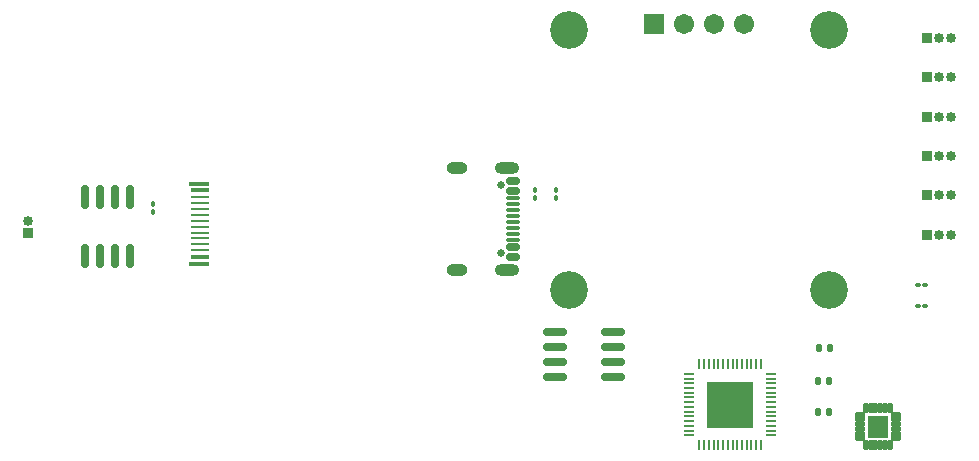
<source format=gbr>
%TF.GenerationSoftware,KiCad,Pcbnew,9.0.3*%
%TF.CreationDate,2025-07-28T19:10:52+02:00*%
%TF.ProjectId,hermes,6865726d-6573-42e6-9b69-6361645f7063,rev?*%
%TF.SameCoordinates,Original*%
%TF.FileFunction,Soldermask,Top*%
%TF.FilePolarity,Negative*%
%FSLAX46Y46*%
G04 Gerber Fmt 4.6, Leading zero omitted, Abs format (unit mm)*
G04 Created by KiCad (PCBNEW 9.0.3) date 2025-07-28 19:10:52*
%MOMM*%
%LPD*%
G01*
G04 APERTURE LIST*
G04 Aperture macros list*
%AMRoundRect*
0 Rectangle with rounded corners*
0 $1 Rounding radius*
0 $2 $3 $4 $5 $6 $7 $8 $9 X,Y pos of 4 corners*
0 Add a 4 corners polygon primitive as box body*
4,1,4,$2,$3,$4,$5,$6,$7,$8,$9,$2,$3,0*
0 Add four circle primitives for the rounded corners*
1,1,$1+$1,$2,$3*
1,1,$1+$1,$4,$5*
1,1,$1+$1,$6,$7*
1,1,$1+$1,$8,$9*
0 Add four rect primitives between the rounded corners*
20,1,$1+$1,$2,$3,$4,$5,0*
20,1,$1+$1,$4,$5,$6,$7,0*
20,1,$1+$1,$6,$7,$8,$9,0*
20,1,$1+$1,$8,$9,$2,$3,0*%
G04 Aperture macros list end*
%ADD10RoundRect,0.150000X-0.825000X-0.150000X0.825000X-0.150000X0.825000X0.150000X-0.825000X0.150000X0*%
%ADD11RoundRect,0.102000X-0.754000X-0.754000X0.754000X-0.754000X0.754000X0.754000X-0.754000X0.754000X0*%
%ADD12C,1.712000*%
%ADD13C,3.204000*%
%ADD14R,0.850000X0.850000*%
%ADD15C,0.850000*%
%ADD16RoundRect,0.053000X-0.159000X-0.369000X0.159000X-0.369000X0.159000X0.369000X-0.159000X0.369000X0*%
%ADD17RoundRect,0.053000X-0.369000X-0.159000X0.369000X-0.159000X0.369000X0.159000X-0.369000X0.159000X0*%
%ADD18RoundRect,0.102000X-0.770000X-0.850000X0.770000X-0.850000X0.770000X0.850000X-0.770000X0.850000X0*%
%ADD19RoundRect,0.050000X-0.050000X0.350000X-0.050000X-0.350000X0.050000X-0.350000X0.050000X0.350000X0*%
%ADD20RoundRect,0.050000X-0.350000X0.050000X-0.350000X-0.050000X0.350000X-0.050000X0.350000X0.050000X0*%
%ADD21R,4.000000X4.000000*%
%ADD22RoundRect,0.100000X0.100000X-0.130000X0.100000X0.130000X-0.100000X0.130000X-0.100000X-0.130000X0*%
%ADD23RoundRect,0.100000X-0.130000X-0.100000X0.130000X-0.100000X0.130000X0.100000X-0.130000X0.100000X0*%
%ADD24RoundRect,0.140000X-0.140000X-0.170000X0.140000X-0.170000X0.140000X0.170000X-0.140000X0.170000X0*%
%ADD25RoundRect,0.140000X0.140000X0.170000X-0.140000X0.170000X-0.140000X-0.170000X0.140000X-0.170000X0*%
%ADD26C,0.650000*%
%ADD27RoundRect,0.150000X-0.425000X0.150000X-0.425000X-0.150000X0.425000X-0.150000X0.425000X0.150000X0*%
%ADD28RoundRect,0.075000X-0.500000X0.075000X-0.500000X-0.075000X0.500000X-0.075000X0.500000X0.075000X0*%
%ADD29O,2.100000X1.000000*%
%ADD30O,1.800000X1.000000*%
%ADD31RoundRect,0.150000X0.150000X-0.825000X0.150000X0.825000X-0.150000X0.825000X-0.150000X-0.825000X0*%
%ADD32R,1.750000X0.360000*%
%ADD33R,1.550000X0.410000*%
%ADD34R,1.550000X0.260000*%
G04 APERTURE END LIST*
D10*
%TO.C,U4*%
X150665000Y-115235000D03*
X150665000Y-116505000D03*
X150665000Y-117775000D03*
X150665000Y-119045000D03*
X155615000Y-119045000D03*
X155615000Y-117775000D03*
X155615000Y-116505000D03*
X155615000Y-115235000D03*
%TD*%
D11*
%TO.C,U3*%
X159080000Y-89152500D03*
D12*
X161620000Y-89152500D03*
X164160000Y-89152500D03*
X166700000Y-89152500D03*
D13*
X151890000Y-89652500D03*
X173890000Y-89652500D03*
X173890000Y-111652500D03*
X151890000Y-111652500D03*
%TD*%
D14*
%TO.C,PWM6*%
X182180000Y-90340000D03*
D15*
X183180000Y-90340000D03*
X184180000Y-90340000D03*
%TD*%
D14*
%TO.C,PWM5*%
X182180000Y-93670000D03*
D15*
X183180000Y-93670000D03*
X184180000Y-93670000D03*
%TD*%
D16*
%TO.C,U2*%
X177010000Y-124785000D03*
X177410000Y-124785000D03*
X177810000Y-124785000D03*
X178210000Y-124785000D03*
X178610000Y-124785000D03*
X179010000Y-124785000D03*
X179010000Y-121695000D03*
X178610000Y-121695000D03*
X178210000Y-121695000D03*
X177810000Y-121695000D03*
X177410000Y-121695000D03*
X177010000Y-121695000D03*
D17*
X176465000Y-122240000D03*
X176465000Y-122640000D03*
X176465000Y-123040000D03*
X176465000Y-123440000D03*
X176465000Y-123840000D03*
X176465000Y-124240000D03*
X179555000Y-124240000D03*
X179555000Y-123840000D03*
X179555000Y-123440000D03*
X179555000Y-123040000D03*
X179555000Y-122640000D03*
X179555000Y-122240000D03*
D18*
X178010000Y-123240000D03*
%TD*%
D19*
%TO.C,U5*%
X168110000Y-117930000D03*
X167710000Y-117930000D03*
X167310000Y-117930000D03*
X166910000Y-117930000D03*
X166510000Y-117930000D03*
X166110000Y-117930000D03*
X165710000Y-117930000D03*
X165310000Y-117930000D03*
X164910000Y-117930000D03*
X164510000Y-117930000D03*
X164110000Y-117930000D03*
X163710000Y-117930000D03*
X163310000Y-117930000D03*
X162910000Y-117930000D03*
D20*
X162060000Y-118780000D03*
X162060000Y-119180000D03*
X162060000Y-119580000D03*
X162060000Y-119980000D03*
X162060000Y-120380000D03*
X162060000Y-120780000D03*
X162060000Y-121180000D03*
X162060000Y-121580000D03*
X162060000Y-121980000D03*
X162060000Y-122380000D03*
X162060000Y-122780000D03*
X162060000Y-123180000D03*
X162060000Y-123580000D03*
X162060000Y-123980000D03*
D19*
X162910000Y-124830000D03*
X163310000Y-124830000D03*
X163710000Y-124830000D03*
X164110000Y-124830000D03*
X164510000Y-124830000D03*
X164910000Y-124830000D03*
X165310000Y-124830000D03*
X165710000Y-124830000D03*
X166110000Y-124830000D03*
X166510000Y-124830000D03*
X166910000Y-124830000D03*
X167310000Y-124830000D03*
X167710000Y-124830000D03*
X168110000Y-124830000D03*
D20*
X168960000Y-123980000D03*
X168960000Y-123580000D03*
X168960000Y-123180000D03*
X168960000Y-122780000D03*
X168960000Y-122380000D03*
X168960000Y-121980000D03*
X168960000Y-121580000D03*
X168960000Y-121180000D03*
X168960000Y-120780000D03*
X168960000Y-120380000D03*
X168960000Y-119980000D03*
X168960000Y-119580000D03*
X168960000Y-119180000D03*
X168960000Y-118780000D03*
D21*
X165510000Y-121380000D03*
%TD*%
D14*
%TO.C,PWM4*%
X182180000Y-97000000D03*
D15*
X183180000Y-97000000D03*
X184180000Y-97000000D03*
%TD*%
D14*
%TO.C,PWM1*%
X182180000Y-106990000D03*
D15*
X183180000Y-106990000D03*
X184180000Y-106990000D03*
%TD*%
D22*
%TO.C,R6*%
X150760000Y-103870000D03*
X150760000Y-103230000D03*
%TD*%
D23*
%TO.C,R1*%
X181400000Y-111250000D03*
X182040000Y-111250000D03*
%TD*%
D22*
%TO.C,R5*%
X149010000Y-103230000D03*
X149010000Y-103870000D03*
%TD*%
D14*
%TO.C,PWM3*%
X182180000Y-100330000D03*
D15*
X183180000Y-100330000D03*
X184180000Y-100330000D03*
%TD*%
D23*
%TO.C,R2*%
X181400000Y-113000000D03*
X182040000Y-113000000D03*
%TD*%
D24*
%TO.C,C3*%
X172960000Y-119420000D03*
X173920000Y-119420000D03*
%TD*%
D25*
%TO.C,C2*%
X173890000Y-122000000D03*
X172930000Y-122000000D03*
%TD*%
D26*
%TO.C,J1*%
X146085000Y-102780000D03*
X146085000Y-108560000D03*
D27*
X147160000Y-102470000D03*
X147160000Y-103270000D03*
D28*
X147160000Y-104420000D03*
X147160000Y-105420000D03*
X147160000Y-105920000D03*
X147160000Y-106920000D03*
D27*
X147160000Y-108070000D03*
X147160000Y-108870000D03*
X147160000Y-108870000D03*
X147160000Y-108070000D03*
D28*
X147160000Y-107420000D03*
X147160000Y-106420000D03*
X147160000Y-104920000D03*
X147160000Y-103920000D03*
D27*
X147160000Y-103270000D03*
X147160000Y-102470000D03*
D29*
X146585000Y-101350000D03*
D30*
X142405000Y-101350000D03*
D29*
X146585000Y-109990000D03*
D30*
X142405000Y-109990000D03*
%TD*%
D25*
%TO.C,C1*%
X173960000Y-116600000D03*
X173000000Y-116600000D03*
%TD*%
D14*
%TO.C,PWM2*%
X182180000Y-103660000D03*
D15*
X183180000Y-103660000D03*
X184180000Y-103660000D03*
%TD*%
%TO.C,12VBattery1*%
X106090000Y-105860000D03*
D14*
X106090000Y-106860000D03*
%TD*%
D22*
%TO.C,R3*%
X116680000Y-104410000D03*
X116680000Y-105050000D03*
%TD*%
D31*
%TO.C,U1*%
X110890000Y-108780000D03*
X112160000Y-108780000D03*
X113430000Y-108780000D03*
X114700000Y-108780000D03*
X114700000Y-103830000D03*
X113430000Y-103830000D03*
X112160000Y-103830000D03*
X110890000Y-103830000D03*
%TD*%
D32*
%TO.C,P1*%
X120547517Y-109475452D03*
X120547517Y-102665452D03*
D33*
X120647517Y-103245452D03*
D34*
X120647517Y-103820452D03*
X120647517Y-104320452D03*
X120647517Y-104820452D03*
X120647517Y-105320452D03*
X120647517Y-105820452D03*
X120647517Y-106320452D03*
X120647517Y-106820452D03*
X120647517Y-107320452D03*
X120647517Y-107820452D03*
X120647517Y-108320452D03*
D33*
X120647517Y-108895452D03*
%TD*%
M02*

</source>
